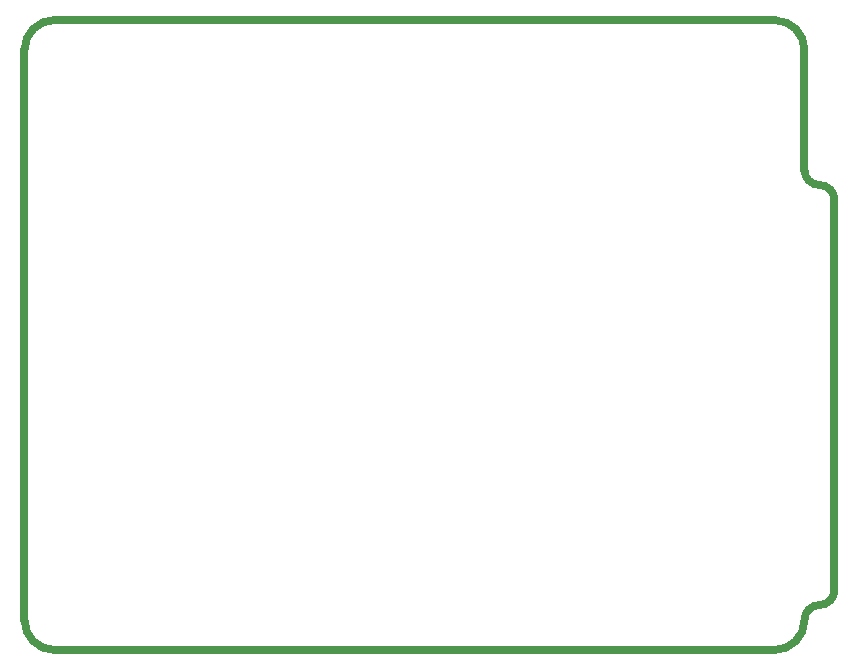
<source format=gbr>
G04 #@! TF.FileFunction,Profile,NP*
%FSLAX46Y46*%
G04 Gerber Fmt 4.6, Leading zero omitted, Abs format (unit mm)*
G04 Created by KiCad (PCBNEW 4.0.2+e4-6225~38~ubuntu16.04.1-stable) date mié 27 jul 2016 08:55:20 CEST*
%MOMM*%
G01*
G04 APERTURE LIST*
%ADD10C,0.100000*%
%ADD11C,0.680000*%
G04 APERTURE END LIST*
D10*
D11*
X68580000Y38100000D02*
X68580000Y5080000D01*
X66040000Y40640000D02*
X66040000Y50800000D01*
X68580000Y38100000D02*
G75*
G03X67310000Y39370000I-1270000J0D01*
G01*
X66040000Y40640000D02*
G75*
G03X67310000Y39370000I1270000J0D01*
G01*
X67310000Y3810000D02*
G75*
G03X68580000Y5080000I0J1270000D01*
G01*
X67310000Y3810000D02*
G75*
G03X66040000Y2540000I0J-1270000D01*
G01*
X2540000Y53340000D02*
X63500000Y53340000D01*
X0Y2540000D02*
X0Y50800000D01*
X2540000Y0D02*
X63500000Y0D01*
X66040000Y50800000D02*
G75*
G03X63500000Y53340000I-2540000J0D01*
G01*
X63500000Y0D02*
G75*
G03X66040000Y2540000I0J2540000D01*
G01*
X2540000Y53340000D02*
G75*
G03X0Y50800000I0J-2540000D01*
G01*
X0Y2540000D02*
G75*
G03X2540000Y0I2540000J0D01*
G01*
M02*

</source>
